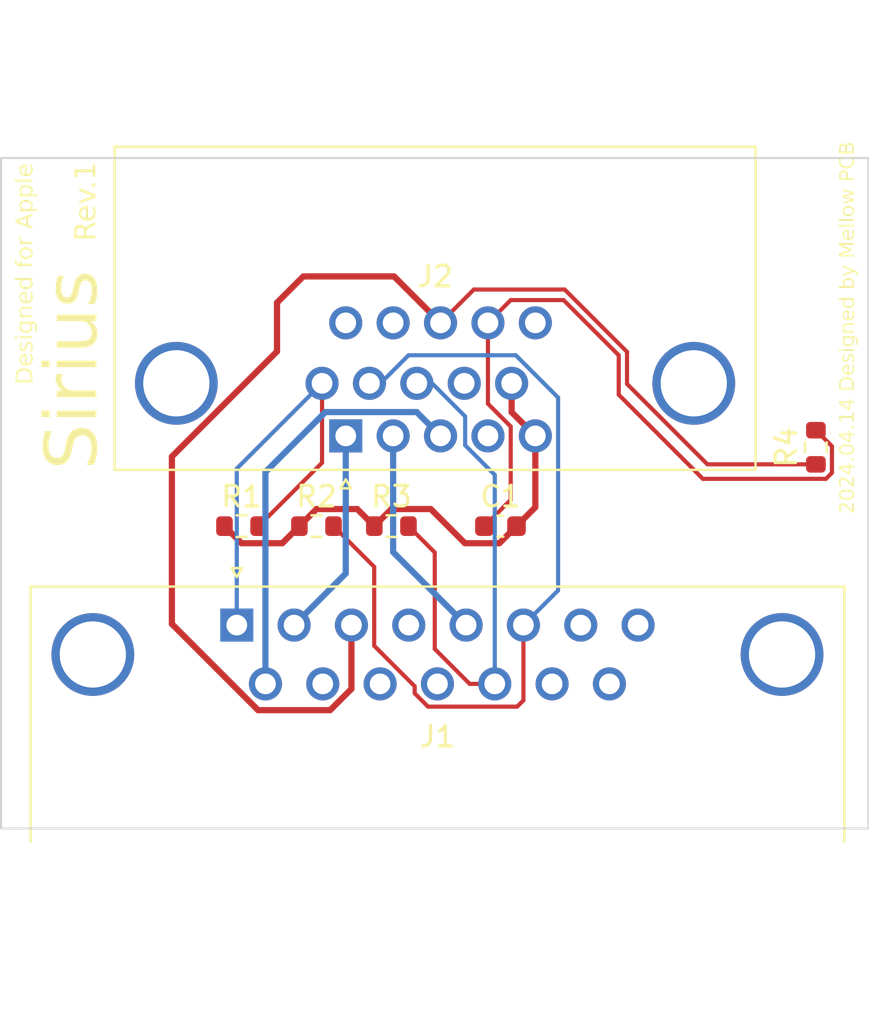
<source format=kicad_pcb>
(kicad_pcb (version 20221018) (generator pcbnew)
  (layers (0 "F.Cu" signal) (31 "B.Cu" signal) (34 "B.Paste" user) (35 "F.Paste" user) (36 "B.SilkS" user "B.Silkscreen") (37 "F.SilkS" user "F.Silkscreen") (38 "B.Mask" user) (39 "F.Mask" user) (44 "Edge.Cuts" user))
  (net 0 "")
  (net 1 "/VSYNC")
  (net 2 "GND")
  (net 3 "/RGND")
  (net 4 "/R")
  (net 5 "/CSYNC")
  (net 7 "/G")
  (net 8 "/GGND")
  (net 11 "/B")
  (net 15 "/BGND")
  (footprint "Resistor_SMD:R_0603_1608Metric" (layer "F.Cu") (at 73.025 52.07 90)
    (fp_text reference "R4" (at 0 -1.43 90) (layer "F.SilkS"))
    (fp_text value "160")
    (fp_line (start -0.237258 -0.5225) (end 0.237258 -0.5225) (stroke (width 0.12)) (layer "F.SilkS"))
    (fp_line (start -0.237258 0.5225) (end 0.237258 0.5225) (stroke (width 0.12)) (layer "F.SilkS"))
    (pad "1" smd roundrect (at -0.825 0 90) (size 0.8 0.95) (layers "F.Cu" "F.Paste" "F.Mask") (net 5 "/CSYNC"))
    (pad "2" smd roundrect (at 0.825 0 90) (size 0.8 0.95) (layers "F.Cu" "F.Paste" "F.Mask") (net 1 "/VSYNC"))
  )
  (footprint "Capacitor_SMD:C_0603_1608Metric" (layer "F.Cu") (at 57.785 55.88)
    (fp_text reference "C1" (at 0 -1.43) (layer "F.SilkS"))
    (fp_text value "10u")
    (fp_line (start -0.14058 -0.51) (end 0.14058 -0.51) (stroke (width 0.12)) (layer "F.SilkS"))
    (fp_line (start -0.14058 0.51) (end 0.14058 0.51) (stroke (width 0.12)) (layer "F.SilkS"))
    (pad "1" smd roundrect (at -0.775 0) (size 0.9 0.95) (layers "F.Cu" "F.Paste" "F.Mask") (net 1 "/VSYNC"))
    (pad "2" smd roundrect (at 0.775 0) (size 0.9 0.95) (layers "F.Cu" "F.Paste" "F.Mask") (net 2 "GND"))
  )
  (footprint "Resistor_SMD:R_0603_1608Metric" (layer "F.Cu") (at 52.515 55.88)
    (fp_text reference "R3" (at 0 -1.43) (layer "F.SilkS"))
    (fp_text value "1k")
    (fp_line (start -0.237258 -0.5225) (end 0.237258 -0.5225) (stroke (width 0.12)) (layer "F.SilkS"))
    (fp_line (start -0.237258 0.5225) (end 0.237258 0.5225) (stroke (width 0.12)) (layer "F.SilkS"))
    (pad "1" smd roundrect (at -0.825 0) (size 0.8 0.95) (layers "F.Cu" "F.Paste" "F.Mask") (net 2 "GND"))
    (pad "2" smd roundrect (at 0.825 0) (size 0.8 0.95) (layers "F.Cu" "F.Paste" "F.Mask") (net 15 "/BGND"))
  )
  (footprint "Resistor_SMD:R_0603_1608Metric" (layer "F.Cu") (at 45.275 55.88)
    (fp_text reference "R1" (at 0 -1.43) (layer "F.SilkS"))
    (fp_text value "1k")
    (fp_line (start -0.237258 -0.5225) (end 0.237258 -0.5225) (stroke (width 0.12)) (layer "F.SilkS"))
    (fp_line (start -0.237258 0.5225) (end 0.237258 0.5225) (stroke (width 0.12)) (layer "F.SilkS"))
    (pad "1" smd roundrect (at -0.825 0) (size 0.8 0.95) (layers "F.Cu" "F.Paste" "F.Mask") (net 2 "GND"))
    (pad "2" smd roundrect (at 0.825 0) (size 0.8 0.95) (layers "F.Cu" "F.Paste" "F.Mask") (net 3 "/RGND"))
  )
  (footprint "toyoshim:DSUB-15-HD_Female_A_HDF15A_KG_TAXB" (layer "F.Cu") (at 50.31 51.520331 180)
    (fp_text reference "J2" (at -4.315 7.705331) (layer "F.SilkS"))
    (fp_text value "DB15_Female_HighDensity")
    (fp_line (start -19.8 -1.64) (end 11.17 -1.64) (stroke (width 0.12)) (layer "F.SilkS"))
    (fp_line (start -19.8 13.97) (end -19.8 -1.64) (stroke (width 0.12)) (layer "F.SilkS"))
    (fp_line (start -19.8 13.97) (end 11.17 13.97) (stroke (width 0.12)) (layer "F.SilkS"))
    (fp_line (start -0.25 -2.534338) (end 0.25 -2.534338) (stroke (width 0.12)) (layer "F.SilkS"))
    (fp_line (start 0 -2.101325) (end -0.25 -2.534338) (stroke (width 0.12)) (layer "F.SilkS"))
    (fp_line (start 0.25 -2.534338) (end 0 -2.101325) (stroke (width 0.12)) (layer "F.SilkS"))
    (fp_line (start 11.17 -1.64) (end 11.17 13.97) (stroke (width 0.12)) (layer "F.SilkS"))
    (pad "0" thru_hole circle (at -16.815 2.54 180) (size 4 4) (drill 3.2) (layers "*.Cu" "*.Mask"))
    (pad "0" thru_hole circle (at 8.185 2.54 180) (size 4 4) (drill 3.2) (layers "*.Cu" "*.Mask"))
    (pad "1" thru_hole rect (at 0 0 180) (size 1.6 1.6) (drill 1) (layers "*.Cu" "*.Mask") (net 4 "/R"))
    (pad "2" thru_hole circle (at -2.29 0 180) (size 1.6 1.6) (drill 1) (layers "*.Cu" "*.Mask") (net 7 "/G"))
    (pad "3" thru_hole circle (at -4.58 0 180) (size 1.6 1.6) (drill 1) (layers "*.Cu" "*.Mask") (net 11 "/B"))
    (pad "4" thru_hole circle (at -6.87 0 180) (size 1.6 1.6) (drill 1) (layers "*.Cu" "*.Mask"))
    (pad "5" thru_hole circle (at -9.16 0 180) (size 1.6 1.6) (drill 1) (layers "*.Cu" "*.Mask") (net 2 "GND"))
    (pad "6" thru_hole circle (at 1.145 2.54 180) (size 1.6 1.6) (drill 1) (layers "*.Cu" "*.Mask") (net 3 "/RGND"))
    (pad "7" thru_hole circle (at -1.145 2.54 180) (size 1.6 1.6) (drill 1) (layers "*.Cu" "*.Mask") (net 8 "/GGND"))
    (pad "8" thru_hole circle (at -3.435 2.54 180) (size 1.6 1.6) (drill 1) (layers "*.Cu" "*.Mask") (net 15 "/BGND"))
    (pad "9" thru_hole circle (at -5.725 2.54 180) (size 1.6 1.6) (drill 1) (layers "*.Cu" "*.Mask"))
    (pad "10" thru_hole circle (at -8.015 2.54 180) (size 1.6 1.6) (drill 1) (layers "*.Cu" "*.Mask") (net 2 "GND"))
    (pad "11" thru_hole circle (at 0 5.461 180) (size 1.6 1.6) (drill 1) (layers "*.Cu" "*.Mask"))
    (pad "12" thru_hole circle (at -2.29 5.461 180) (size 1.6 1.6) (drill 1) (layers "*.Cu" "*.Mask"))
    (pad "13" thru_hole circle (at -4.58 5.461 180) (size 1.6 1.6) (drill 1) (layers "*.Cu" "*.Mask") (net 5 "/CSYNC"))
    (pad "14" thru_hole circle (at -6.87 5.461 180) (size 1.6 1.6) (drill 1) (layers "*.Cu" "*.Mask") (net 1 "/VSYNC"))
    (pad "15" thru_hole circle (at -9.16 5.461 180) (size 1.6 1.6) (drill 1) (layers "*.Cu" "*.Mask"))
  )
  (footprint "Connector_Dsub:DSUB-15_Male_Horizontal_P2.77x2.84mm_EdgePinOffset7.70mm_Housed_MountingHolesOffset9.12mm" (layer "F.Cu") (at 45.045 60.66)
    (fp_text reference "J1" (at 9.695 5.38) (layer "F.SilkS"))
    (fp_text value "DB15_Male")
    (fp_line (start -9.965 -1.86) (end 29.355 -1.86) (stroke (width 0.12)) (layer "F.SilkS"))
    (fp_line (start -9.965 10.48) (end -9.965 -1.86) (stroke (width 0.12)) (layer "F.SilkS"))
    (fp_line (start -0.25 -2.754338) (end 0.25 -2.754338) (stroke (width 0.12)) (layer "F.SilkS"))
    (fp_line (start 0 -2.321325) (end -0.25 -2.754338) (stroke (width 0.12)) (layer "F.SilkS"))
    (fp_line (start 0.25 -2.754338) (end 0 -2.321325) (stroke (width 0.12)) (layer "F.SilkS"))
    (fp_line (start 29.355 -1.86) (end 29.355 10.48) (stroke (width 0.12)) (layer "F.SilkS"))
    (pad "0" thru_hole circle (at -6.955 1.42) (size 4 4) (drill 3.2) (layers "*.Cu" "*.Mask"))
    (pad "0" thru_hole circle (at 26.345 1.42) (size 4 4) (drill 3.2) (layers "*.Cu" "*.Mask"))
    (pad "1" thru_hole rect (at 0 0) (size 1.6 1.6) (drill 1) (layers "*.Cu" "*.Mask") (net 3 "/RGND"))
    (pad "2" thru_hole circle (at 2.77 0) (size 1.6 1.6) (drill 1) (layers "*.Cu" "*.Mask") (net 4 "/R"))
    (pad "3" thru_hole circle (at 5.54 0) (size 1.6 1.6) (drill 1) (layers "*.Cu" "*.Mask") (net 5 "/CSYNC"))
    (pad "4" thru_hole circle (at 8.31 0) (size 1.6 1.6) (drill 1) (layers "*.Cu" "*.Mask"))
    (pad "5" thru_hole circle (at 11.08 0) (size 1.6 1.6) (drill 1) (layers "*.Cu" "*.Mask") (net 7 "/G"))
    (pad "6" thru_hole circle (at 13.85 0) (size 1.6 1.6) (drill 1) (layers "*.Cu" "*.Mask") (net 8 "/GGND"))
    (pad "7" thru_hole circle (at 16.62 0) (size 1.6 1.6) (drill 1) (layers "*.Cu" "*.Mask"))
    (pad "8" thru_hole circle (at 19.39 0) (size 1.6 1.6) (drill 1) (layers "*.Cu" "*.Mask"))
    (pad "9" thru_hole circle (at 1.385 2.84) (size 1.6 1.6) (drill 1) (layers "*.Cu" "*.Mask") (net 11 "/B"))
    (pad "10" thru_hole circle (at 4.155 2.84) (size 1.6 1.6) (drill 1) (layers "*.Cu" "*.Mask"))
    (pad "11" thru_hole circle (at 6.925 2.84) (size 1.6 1.6) (drill 1) (layers "*.Cu" "*.Mask"))
    (pad "12" thru_hole circle (at 9.695 2.84) (size 1.6 1.6) (drill 1) (layers "*.Cu" "*.Mask"))
    (pad "13" thru_hole circle (at 12.465 2.84) (size 1.6 1.6) (drill 1) (layers "*.Cu" "*.Mask") (net 15 "/BGND"))
    (pad "14" thru_hole circle (at 15.235 2.84) (size 1.6 1.6) (drill 1) (layers "*.Cu" "*.Mask"))
    (pad "15" thru_hole circle (at 18.005 2.84) (size 1.6 1.6) (drill 1) (layers "*.Cu" "*.Mask"))
  )
  (footprint "Resistor_SMD:R_0603_1608Metric" (layer "F.Cu") (at 48.895 55.88)
    (fp_text reference "R2" (at 0 -1.43) (layer "F.SilkS"))
    (fp_text value "1k")
    (fp_line (start -0.237258 -0.5225) (end 0.237258 -0.5225) (stroke (width 0.12)) (layer "F.SilkS"))
    (fp_line (start -0.237258 0.5225) (end 0.237258 0.5225) (stroke (width 0.12)) (layer "F.SilkS"))
    (pad "1" smd roundrect (at -0.825 0) (size 0.8 0.95) (layers "F.Cu" "F.Paste" "F.Mask") (net 2 "GND"))
    (pad "2" smd roundrect (at 0.825 0) (size 0.8 0.95) (layers "F.Cu" "F.Paste" "F.Mask") (net 8 "/GGND"))
  )
  (gr_line (start 75.565 38.1) (end 33.655 38.1) (stroke (width 0.1)) (layer "Edge.Cuts"))
  (gr_line (start 33.655 70.485) (end 34.29 70.485) (stroke (width 0.1)) (layer "Edge.Cuts"))
  (gr_line (start 33.655 38.1) (end 33.655 70.485) (stroke (width 0.1)) (layer "Edge.Cuts"))
  (gr_line (start 75.565 70.485) (end 75.565 38.1) (stroke (width 0.1)) (layer "Edge.Cuts"))
  (gr_line (start 34.29 70.485) (end 75.565 70.485) (stroke (width 0.1)) (layer "Edge.Cuts"))
  (gr_text "Sirius" (at 38.6842 53.160331 90) (layer "F.SilkS") (effects (font (size 2.5 2.5)) (justify left bottom)))
  (gr_text "Rev.1" (at 38.3794 42.1132 90) (layer "F.SilkS") (effects (font (size 1 1)) (justify left bottom)))
  (gr_text "2024.04.14 Designed by Mellow PCB" (at 74.9808 55.2958 90) (layer "F.SilkS") (effects (font (size 0.7 0.7) (thickness 0.125)) (justify left bottom)))
  (gr_text "Designed for Apple" (at 35.306 49.0474 90) (layer "F.SilkS") (effects (font (size 0.8 0.8)) (justify left bottom)))
  (segment (start 58.28 54.61) (end 57.01 55.88) (width 0.2) (layer "F.Cu") (net 1))
  (segment (start 58.28 44.959331) (end 60.834331 44.959331) (width 0.2) (layer "F.Cu") (net 1))
  (segment (start 73.8 52.02) (end 73.025 51.245) (width 0.2) (layer "F.Cu") (net 1))
  (segment (start 63.499501 49.529501) (end 67.565 53.595) (width 0.2) (layer "F.Cu") (net 1))
  (segment (start 73.507107 53.595) (end 73.8 53.302107) (width 0.2) (layer "F.Cu") (net 1))
  (segment (start 58.28 51.064696) (end 58.28 54.61) (width 0.2) (layer "F.Cu") (net 1))
  (segment (start 60.834331 44.959331) (end 63.5 47.625) (width 0.2) (layer "F.Cu") (net 1))
  (segment (start 57.18 49.964696) (end 58.28 51.064696) (width 0.2) (layer "F.Cu") (net 1))
  (segment (start 63.5 47.625) (end 63.499501 47.625499) (width 0.2) (layer "F.Cu") (net 1))
  (segment (start 57.18 46.059331) (end 58.28 44.959331) (width 0.2) (layer "F.Cu") (net 1))
  (segment (start 73.8 53.302107) (end 73.8 52.02) (width 0.2) (layer "F.Cu") (net 1))
  (segment (start 63.499501 47.625499) (end 63.499501 49.529501) (width 0.2) (layer "F.Cu") (net 1))
  (segment (start 67.565 53.595) (end 73.507107 53.595) (width 0.2) (layer "F.Cu") (net 1))
  (segment (start 57.18 46.059331) (end 57.18 49.964696) (width 0.2) (layer "F.Cu") (net 1))
  (segment (start 48.07 55.88) (end 48.895 55.055) (width 0.3) (layer "F.Cu") (net 2))
  (segment (start 58.325 48.980331) (end 58.325 50.375331) (width 0.3) (layer "F.Cu") (net 2))
  (segment (start 50.865 55.055) (end 51.69 55.88) (width 0.3) (layer "F.Cu") (net 2))
  (segment (start 57.735 56.705) (end 58.56 55.88) (width 0.3) (layer "F.Cu") (net 2))
  (segment (start 56.07 56.705) (end 57.735 56.705) (width 0.3) (layer "F.Cu") (net 2))
  (segment (start 59.47 51.520331) (end 59.47 54.97) (width 0.3) (layer "F.Cu") (net 2))
  (segment (start 48.895 55.055) (end 50.865 55.055) (width 0.3) (layer "F.Cu") (net 2))
  (segment (start 51.69 55.88) (end 52.515 55.055) (width 0.3) (layer "F.Cu") (net 2))
  (segment (start 48.07 55.88) (end 47.245 56.705) (width 0.3) (layer "F.Cu") (net 2))
  (segment (start 47.245 56.705) (end 45.275 56.705) (width 0.3) (layer "F.Cu") (net 2))
  (segment (start 54.42 55.055) (end 56.07 56.705) (width 0.3) (layer "F.Cu") (net 2))
  (segment (start 45.275 56.705) (end 44.45 55.88) (width 0.3) (layer "F.Cu") (net 2))
  (segment (start 52.515 55.055) (end 54.42 55.055) (width 0.3) (layer "F.Cu") (net 2))
  (segment (start 58.325 50.375331) (end 59.47 51.520331) (width 0.3) (layer "F.Cu") (net 2))
  (segment (start 59.47 54.97) (end 58.56 55.88) (width 0.3) (layer "F.Cu") (net 2))
  (segment (start 49.165 52.815) (end 46.1 55.88) (width 0.2) (layer "F.Cu") (net 3))
  (segment (start 49.165 48.980331) (end 49.165 52.815) (width 0.2) (layer "F.Cu") (net 3))
  (segment (start 45.045 60.66) (end 45.045 53.100331) (width 0.2) (layer "B.Cu") (net 3))
  (segment (start 45.045 53.100331) (end 49.165 48.980331) (width 0.2) (layer "B.Cu") (net 3))
  (segment (start 50.31 51.520331) (end 50.31 58.165) (width 0.3) (layer "B.Cu") (net 4))
  (segment (start 50.31 58.165) (end 47.815 60.66) (width 0.3) (layer "B.Cu") (net 4))
  (segment (start 46.99 45.085) (end 48.26 43.815) (width 0.3) (layer "F.Cu") (net 5))
  (segment (start 60.88998 44.45) (end 56.499331 44.45) (width 0.2) (layer "F.Cu") (net 5))
  (segment (start 56.499331 44.45) (end 54.89 46.059331) (width 0.2) (layer "F.Cu") (net 5))
  (segment (start 48.26 43.815) (end 52.645669 43.815) (width 0.3) (layer "F.Cu") (net 5))
  (segment (start 73.025 52.895) (end 67.786977 52.895) (width 0.2) (layer "F.Cu") (net 5))
  (segment (start 49.556346 64.77) (end 46.073654 64.77) (width 0.3) (layer "F.Cu") (net 5))
  (segment (start 52.645669 43.815) (end 54.89 46.059331) (width 0.3) (layer "F.Cu") (net 5))
  (segment (start 67.786977 52.895) (end 63.899501 49.007524) (width 0.2) (layer "F.Cu") (net 5))
  (segment (start 50.585 60.66) (end 50.585 63.741346) (width 0.3) (layer "F.Cu") (net 5))
  (segment (start 63.899501 49.007524) (end 63.899501 47.459521) (width 0.2) (layer "F.Cu") (net 5))
  (segment (start 46.99 47.438733) (end 46.99 45.085) (width 0.3) (layer "F.Cu") (net 5))
  (segment (start 41.91 60.606346) (end 41.91 52.518733) (width 0.3) (layer "F.Cu") (net 5))
  (segment (start 50.585 63.741346) (end 49.556346 64.77) (width 0.3) (layer "F.Cu") (net 5))
  (segment (start 41.91 52.518733) (end 46.99 47.438733) (width 0.3) (layer "F.Cu") (net 5))
  (segment (start 63.899501 47.459521) (end 60.88998 44.45) (width 0.2) (layer "F.Cu") (net 5))
  (segment (start 46.073654 64.77) (end 41.91 60.606346) (width 0.3) (layer "F.Cu") (net 5))
  (segment (start 52.6 57.135) (end 56.125 60.66) (width 0.3) (layer "B.Cu") (net 7))
  (segment (start 52.6 51.520331) (end 52.6 57.135) (width 0.3) (layer "B.Cu") (net 7))
  (segment (start 58.59 64.6) (end 58.895 64.295) (width 0.2) (layer "F.Cu") (net 8))
  (segment (start 53.64 63.614365) (end 53.64 63.955635) (width 0.2) (layer "F.Cu") (net 8))
  (segment (start 51.685 57.845) (end 51.685 61.659365) (width 0.2) (layer "F.Cu") (net 8))
  (segment (start 49.72 55.88) (end 51.685 57.845) (width 0.2) (layer "F.Cu") (net 8))
  (segment (start 54.284365 64.6) (end 58.59 64.6) (width 0.2) (layer "F.Cu") (net 8))
  (segment (start 51.685 61.659365) (end 53.64 63.614365) (width 0.2) (layer "F.Cu") (net 8))
  (segment (start 53.64 63.955635) (end 54.284365 64.6) (width 0.2) (layer "F.Cu") (net 8))
  (segment (start 58.895 64.295) (end 58.895 60.66) (width 0.2) (layer "F.Cu") (net 8))
  (segment (start 60.57 58.985) (end 60.57 49.669696) (width 0.2) (layer "B.Cu") (net 8))
  (segment (start 58.525304 47.625) (end 53.340706 47.625) (width 0.2) (layer "B.Cu") (net 8))
  (segment (start 51.985375 48.980331) (end 51.455 48.980331) (width 0.2) (layer "B.Cu") (net 8))
  (segment (start 53.340706 47.625) (end 51.985375 48.980331) (width 0.2) (layer "B.Cu") (net 8))
  (segment (start 60.57 49.669696) (end 58.525304 47.625) (width 0.2) (layer "B.Cu") (net 8))
  (segment (start 58.895 60.66) (end 60.57 58.985) (width 0.2) (layer "B.Cu") (net 8))
  (segment (start 49.324669 50.370331) (end 46.43 53.265) (width 0.3) (layer "B.Cu") (net 11))
  (segment (start 54.89 51.520331) (end 53.74 50.370331) (width 0.3) (layer "B.Cu") (net 11))
  (segment (start 46.43 53.265) (end 46.43 63.5) (width 0.3) (layer "B.Cu") (net 11))
  (segment (start 53.74 50.370331) (end 49.324669 50.370331) (width 0.3) (layer "B.Cu") (net 11))
  (segment (start 56.295635 63.5) (end 54.61 61.814365) (width 0.2) (layer "F.Cu") (net 15))
  (segment (start 54.61 61.814365) (end 54.61 57.15) (width 0.2) (layer "F.Cu") (net 15))
  (segment (start 54.61 57.15) (end 53.34 55.88) (width 0.2) (layer "F.Cu") (net 15))
  (segment (start 57.51 63.5) (end 56.295635 63.5) (width 0.2) (layer "F.Cu") (net 15))
  (segment (start 56.08 50.580966) (end 54.479365 48.980331) (width 0.2) (layer "B.Cu") (net 15))
  (segment (start 54.479365 48.980331) (end 53.745 48.980331) (width 0.2) (layer "B.Cu") (net 15))
  (segment (start 56.08 51.975966) (end 56.08 50.580966) (width 0.2) (layer "B.Cu") (net 15))
  (segment (start 57.51 53.405966) (end 56.08 51.975966) (width 0.2) (layer "B.Cu") (net 15))
  (segment (start 57.51 63.5) (end 57.51 53.405966) (width 0.2) (layer "B.Cu") (net 15))
)
</source>
